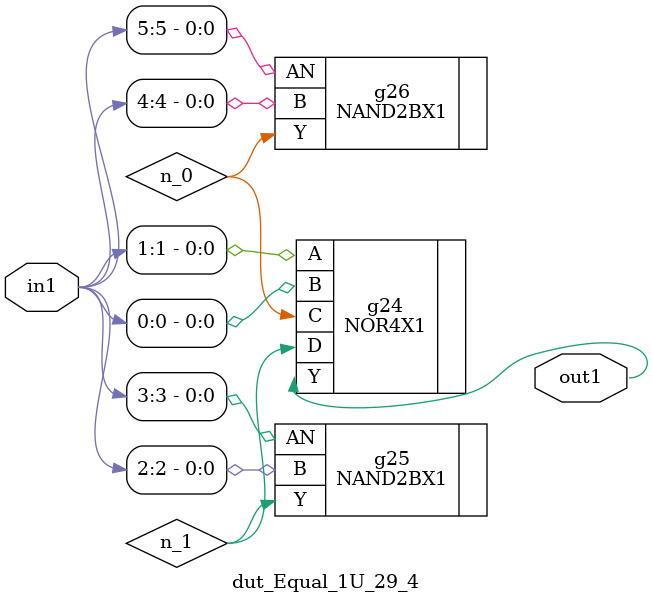
<source format=v>
`timescale 1ps / 1ps


module dut_Equal_1U_29_4(in1, out1);
  input [5:0] in1;
  output out1;
  wire [5:0] in1;
  wire out1;
  wire n_0, n_1;
  NOR4X1 g24(.A (in1[1]), .B (in1[0]), .C (n_0), .D (n_1), .Y (out1));
  NAND2BX1 g25(.AN (in1[3]), .B (in1[2]), .Y (n_1));
  NAND2BX1 g26(.AN (in1[5]), .B (in1[4]), .Y (n_0));
endmodule



</source>
